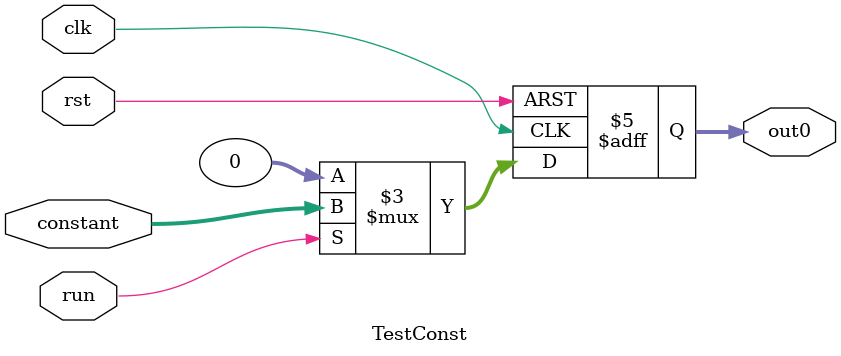
<source format=v>
`timescale 1ns / 1ps
`include "xversat.vh"

module TestConst #(
         parameter DATA_W = 32
     )
    (
    //control
    input                     clk,
    input                     rst,
    
    input                     run,

    //input / output data
    output reg [DATA_W-1:0]   out0,

    input [DATA_W-1:0]        constant
    );

always @(posedge clk,posedge rst)
begin
     if(rst) begin
          out0 <= 0;
     end else if(run) begin
          out0 <= constant;
     end else begin
          out0 <= 0;
     end
end

endmodule
</source>
